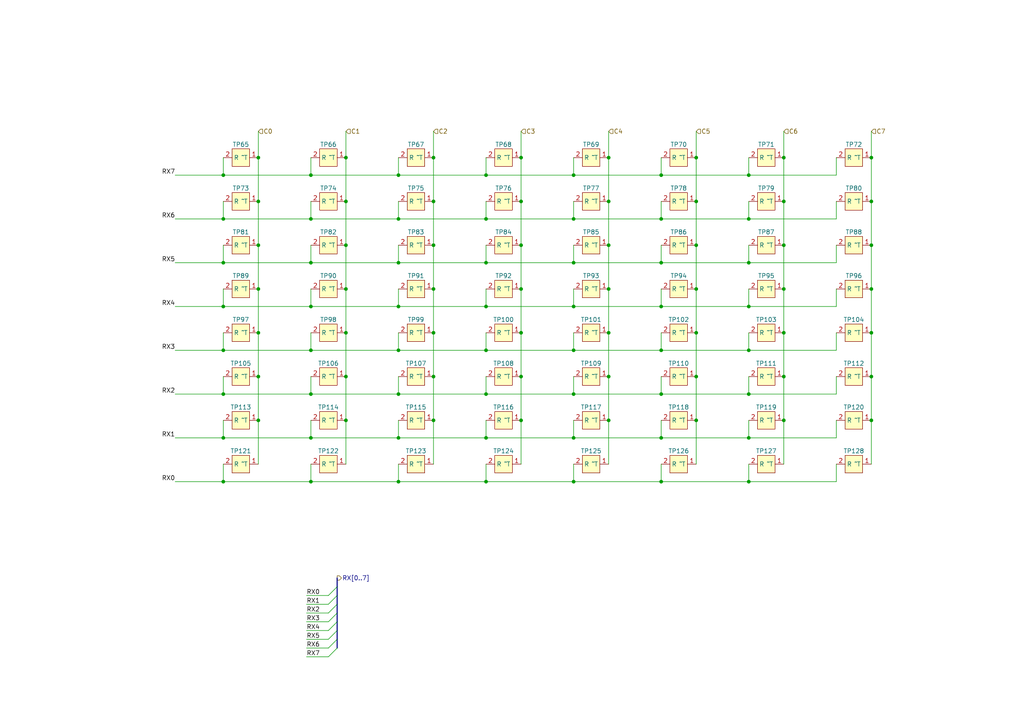
<source format=kicad_sch>
(kicad_sch (version 20230121) (generator eeschema)
  (paper "A4")
  (lib_symbols
    (symbol "keypad:Mutual_Touch_Pad" (in_bom no)
      (property "Reference" "TP" (at 0 3.81 0))
      (symbol "Mutual_Touch_Pad_1_1"
        (rectangle (start -2.54 2.54) (end 2.54 -2.54) (fill (type background)))
        (pin passive line (at 5.08 0 180) (length 2.54) (name "T") (number "1"))
        (pin passive line (at -5.08 0 0) (length 2.54) (name "R") (number "2"))
      )
    )
  )
  (junction (at 90.17 139.7))
  (junction (at 191.77 127))
  (junction (at 166.37 101.6))
  (junction (at 64.77 63.5))
  (junction (at 191.77 101.6))
  (junction (at 100.33 45.72))
  (junction (at 227.33 83.82))
  (junction (at 140.97 114.3))
  (junction (at 74.93 58.42))
  (junction (at 90.17 114.3))
  (junction (at 176.53 83.82))
  (junction (at 166.37 127))
  (junction (at 191.77 88.9))
  (junction (at 227.33 45.72))
  (junction (at 140.97 63.5))
  (junction (at 90.17 76.2))
  (junction (at 140.97 127))
  (junction (at 115.57 127))
  (junction (at 74.93 45.72))
  (junction (at 90.17 101.6))
  (junction (at 140.97 139.7))
  (junction (at 227.33 96.52))
  (junction (at 64.77 127))
  (junction (at 115.57 88.9))
  (junction (at 217.17 88.9))
  (junction (at 201.93 58.42))
  (junction (at 166.37 63.5))
  (junction (at 115.57 63.5))
  (junction (at 201.93 45.72))
  (junction (at 64.77 114.3))
  (junction (at 151.13 58.42))
  (junction (at 201.93 83.82))
  (junction (at 217.17 127))
  (junction (at 125.73 45.72))
  (junction (at 115.57 76.2))
  (junction (at 176.53 121.92))
  (junction (at 100.33 58.42))
  (junction (at 125.73 71.12))
  (junction (at 140.97 76.2))
  (junction (at 191.77 76.2))
  (junction (at 115.57 114.3))
  (junction (at 64.77 139.7))
  (junction (at 201.93 109.22))
  (junction (at 217.17 50.8))
  (junction (at 252.73 109.22))
  (junction (at 74.93 109.22))
  (junction (at 100.33 71.12))
  (junction (at 64.77 50.8))
  (junction (at 140.97 88.9))
  (junction (at 166.37 76.2))
  (junction (at 115.57 139.7))
  (junction (at 125.73 109.22))
  (junction (at 100.33 96.52))
  (junction (at 166.37 88.9))
  (junction (at 90.17 127))
  (junction (at 252.73 96.52))
  (junction (at 140.97 101.6))
  (junction (at 125.73 83.82))
  (junction (at 201.93 96.52))
  (junction (at 227.33 58.42))
  (junction (at 217.17 114.3))
  (junction (at 227.33 121.92))
  (junction (at 201.93 71.12))
  (junction (at 217.17 63.5))
  (junction (at 100.33 109.22))
  (junction (at 140.97 50.8))
  (junction (at 125.73 96.52))
  (junction (at 176.53 109.22))
  (junction (at 74.93 83.82))
  (junction (at 191.77 63.5))
  (junction (at 166.37 139.7))
  (junction (at 151.13 45.72))
  (junction (at 176.53 45.72))
  (junction (at 151.13 121.92))
  (junction (at 166.37 114.3))
  (junction (at 64.77 76.2))
  (junction (at 191.77 139.7))
  (junction (at 191.77 50.8))
  (junction (at 74.93 96.52))
  (junction (at 74.93 121.92))
  (junction (at 217.17 139.7))
  (junction (at 115.57 101.6))
  (junction (at 217.17 101.6))
  (junction (at 252.73 58.42))
  (junction (at 90.17 63.5))
  (junction (at 252.73 71.12))
  (junction (at 64.77 88.9))
  (junction (at 176.53 71.12))
  (junction (at 90.17 88.9))
  (junction (at 191.77 114.3))
  (junction (at 100.33 83.82))
  (junction (at 125.73 121.92))
  (junction (at 227.33 71.12))
  (junction (at 151.13 96.52))
  (junction (at 252.73 121.92))
  (junction (at 201.93 121.92))
  (junction (at 115.57 50.8))
  (junction (at 227.33 109.22))
  (junction (at 176.53 58.42))
  (junction (at 151.13 109.22))
  (junction (at 176.53 96.52))
  (junction (at 252.73 45.72))
  (junction (at 151.13 71.12))
  (junction (at 252.73 83.82))
  (junction (at 166.37 50.8))
  (junction (at 217.17 76.2))
  (junction (at 90.17 50.8))
  (junction (at 125.73 58.42))
  (junction (at 100.33 121.92))
  (junction (at 151.13 83.82))
  (junction (at 74.93 71.12))
  (junction (at 64.77 101.6))
  (bus_entry (at 97.79 177.8) (size -2.54 2.54))
  (bus_entry (at 97.79 180.34) (size -2.54 2.54))
  (bus_entry (at 97.79 182.88) (size -2.54 2.54))
  (bus_entry (at 97.79 185.42) (size -2.54 2.54))
  (bus_entry (at 97.79 170.18) (size -2.54 2.54))
  (bus_entry (at 97.79 187.96) (size -2.54 2.54))
  (bus_entry (at 97.79 172.72) (size -2.54 2.54))
  (bus_entry (at 97.79 175.26) (size -2.54 2.54))
  (wire (pts (xy 140.97 109.22) (xy 140.97 114.3)))
  (wire (pts (xy 176.53 109.22) (xy 176.53 121.92)))
  (wire (pts (xy 90.17 63.5) (xy 115.57 63.5)))
  (wire (pts (xy 242.57 83.82) (xy 242.57 88.9)))
  (wire (pts (xy 217.17 63.5) (xy 242.57 63.5)))
  (wire (pts (xy 74.93 83.82) (xy 74.93 96.52)))
  (wire (pts (xy 100.33 96.52) (xy 100.33 109.22)))
  (wire (pts (xy 166.37 58.42) (xy 166.37 63.5)))
  (wire (pts (xy 50.8 88.9) (xy 64.77 88.9)))
  (wire (pts (xy 100.33 121.92) (xy 100.33 134.62)))
  (wire (pts (xy 88.9 175.26) (xy 95.25 175.26)))
  (wire (pts (xy 176.53 121.92) (xy 176.53 134.62)))
  (wire (pts (xy 166.37 114.3) (xy 191.77 114.3)))
  (wire (pts (xy 242.57 45.72) (xy 242.57 50.8)))
  (wire (pts (xy 115.57 50.8) (xy 140.97 50.8)))
  (wire (pts (xy 176.53 45.72) (xy 176.53 58.42)))
  (wire (pts (xy 166.37 121.92) (xy 166.37 127)))
  (wire (pts (xy 227.33 58.42) (xy 227.33 71.12)))
  (wire (pts (xy 140.97 88.9) (xy 166.37 88.9)))
  (wire (pts (xy 115.57 88.9) (xy 140.97 88.9)))
  (bus (pts (xy 97.79 167.64) (xy 97.79 170.18)))
  (wire (pts (xy 227.33 109.22) (xy 227.33 121.92)))
  (wire (pts (xy 191.77 58.42) (xy 191.77 63.5)))
  (wire (pts (xy 217.17 114.3) (xy 242.57 114.3)))
  (wire (pts (xy 201.93 121.92) (xy 201.93 134.62)))
  (wire (pts (xy 140.97 134.62) (xy 140.97 139.7)))
  (bus (pts (xy 97.79 170.18) (xy 97.79 172.72)))
  (wire (pts (xy 191.77 88.9) (xy 217.17 88.9)))
  (wire (pts (xy 64.77 96.52) (xy 64.77 101.6)))
  (wire (pts (xy 217.17 109.22) (xy 217.17 114.3)))
  (wire (pts (xy 125.73 71.12) (xy 125.73 83.82)))
  (wire (pts (xy 176.53 83.82) (xy 176.53 96.52)))
  (wire (pts (xy 191.77 114.3) (xy 217.17 114.3)))
  (wire (pts (xy 151.13 109.22) (xy 151.13 121.92)))
  (wire (pts (xy 140.97 76.2) (xy 166.37 76.2)))
  (wire (pts (xy 115.57 101.6) (xy 140.97 101.6)))
  (wire (pts (xy 166.37 63.5) (xy 191.77 63.5)))
  (wire (pts (xy 64.77 50.8) (xy 90.17 50.8)))
  (wire (pts (xy 100.33 58.42) (xy 100.33 71.12)))
  (wire (pts (xy 201.93 83.82) (xy 201.93 96.52)))
  (wire (pts (xy 140.97 50.8) (xy 166.37 50.8)))
  (wire (pts (xy 242.57 71.12) (xy 242.57 76.2)))
  (wire (pts (xy 242.57 58.42) (xy 242.57 63.5)))
  (wire (pts (xy 64.77 134.62) (xy 64.77 139.7)))
  (wire (pts (xy 227.33 83.82) (xy 227.33 96.52)))
  (wire (pts (xy 227.33 71.12) (xy 227.33 83.82)))
  (wire (pts (xy 166.37 88.9) (xy 191.77 88.9)))
  (bus (pts (xy 97.79 172.72) (xy 97.79 175.26)))
  (wire (pts (xy 100.33 109.22) (xy 100.33 121.92)))
  (wire (pts (xy 151.13 58.42) (xy 151.13 71.12)))
  (wire (pts (xy 88.9 187.96) (xy 95.25 187.96)))
  (wire (pts (xy 140.97 139.7) (xy 166.37 139.7)))
  (wire (pts (xy 90.17 71.12) (xy 90.17 76.2)))
  (wire (pts (xy 64.77 127) (xy 90.17 127)))
  (wire (pts (xy 90.17 83.82) (xy 90.17 88.9)))
  (wire (pts (xy 242.57 121.92) (xy 242.57 127)))
  (wire (pts (xy 90.17 45.72) (xy 90.17 50.8)))
  (wire (pts (xy 191.77 63.5) (xy 217.17 63.5)))
  (wire (pts (xy 115.57 109.22) (xy 115.57 114.3)))
  (wire (pts (xy 88.9 190.5) (xy 95.25 190.5)))
  (wire (pts (xy 252.73 45.72) (xy 252.73 58.42)))
  (wire (pts (xy 217.17 50.8) (xy 242.57 50.8)))
  (wire (pts (xy 74.93 45.72) (xy 74.93 58.42)))
  (wire (pts (xy 217.17 127) (xy 242.57 127)))
  (wire (pts (xy 88.9 180.34) (xy 95.25 180.34)))
  (wire (pts (xy 64.77 45.72) (xy 64.77 50.8)))
  (wire (pts (xy 115.57 45.72) (xy 115.57 50.8)))
  (wire (pts (xy 115.57 127) (xy 140.97 127)))
  (wire (pts (xy 227.33 121.92) (xy 227.33 134.62)))
  (wire (pts (xy 166.37 127) (xy 191.77 127)))
  (wire (pts (xy 166.37 76.2) (xy 191.77 76.2)))
  (wire (pts (xy 191.77 134.62) (xy 191.77 139.7)))
  (wire (pts (xy 176.53 38.1) (xy 176.53 45.72)))
  (bus (pts (xy 97.79 180.34) (xy 97.79 182.88)))
  (wire (pts (xy 201.93 71.12) (xy 201.93 83.82)))
  (wire (pts (xy 151.13 83.82) (xy 151.13 96.52)))
  (wire (pts (xy 90.17 101.6) (xy 115.57 101.6)))
  (wire (pts (xy 191.77 83.82) (xy 191.77 88.9)))
  (wire (pts (xy 100.33 71.12) (xy 100.33 83.82)))
  (wire (pts (xy 125.73 83.82) (xy 125.73 96.52)))
  (wire (pts (xy 50.8 127) (xy 64.77 127)))
  (wire (pts (xy 90.17 139.7) (xy 115.57 139.7)))
  (wire (pts (xy 64.77 101.6) (xy 90.17 101.6)))
  (wire (pts (xy 227.33 96.52) (xy 227.33 109.22)))
  (wire (pts (xy 191.77 45.72) (xy 191.77 50.8)))
  (wire (pts (xy 201.93 45.72) (xy 201.93 58.42)))
  (wire (pts (xy 50.8 76.2) (xy 64.77 76.2)))
  (wire (pts (xy 74.93 96.52) (xy 74.93 109.22)))
  (bus (pts (xy 97.79 175.26) (xy 97.79 177.8)))
  (wire (pts (xy 115.57 134.62) (xy 115.57 139.7)))
  (wire (pts (xy 166.37 45.72) (xy 166.37 50.8)))
  (wire (pts (xy 191.77 121.92) (xy 191.77 127)))
  (wire (pts (xy 64.77 114.3) (xy 90.17 114.3)))
  (wire (pts (xy 151.13 121.92) (xy 151.13 134.62)))
  (wire (pts (xy 50.8 63.5) (xy 64.77 63.5)))
  (wire (pts (xy 191.77 109.22) (xy 191.77 114.3)))
  (wire (pts (xy 191.77 139.7) (xy 217.17 139.7)))
  (wire (pts (xy 90.17 88.9) (xy 115.57 88.9)))
  (wire (pts (xy 90.17 50.8) (xy 115.57 50.8)))
  (wire (pts (xy 191.77 50.8) (xy 217.17 50.8)))
  (wire (pts (xy 90.17 121.92) (xy 90.17 127)))
  (wire (pts (xy 217.17 134.62) (xy 217.17 139.7)))
  (wire (pts (xy 217.17 88.9) (xy 242.57 88.9)))
  (wire (pts (xy 227.33 45.72) (xy 227.33 58.42)))
  (wire (pts (xy 166.37 50.8) (xy 191.77 50.8)))
  (wire (pts (xy 125.73 121.92) (xy 125.73 134.62)))
  (wire (pts (xy 74.93 121.92) (xy 74.93 134.62)))
  (wire (pts (xy 115.57 96.52) (xy 115.57 101.6)))
  (wire (pts (xy 125.73 58.42) (xy 125.73 71.12)))
  (wire (pts (xy 176.53 58.42) (xy 176.53 71.12)))
  (wire (pts (xy 50.8 50.8) (xy 64.77 50.8)))
  (wire (pts (xy 90.17 134.62) (xy 90.17 139.7)))
  (wire (pts (xy 217.17 121.92) (xy 217.17 127)))
  (wire (pts (xy 115.57 76.2) (xy 140.97 76.2)))
  (wire (pts (xy 217.17 45.72) (xy 217.17 50.8)))
  (wire (pts (xy 50.8 101.6) (xy 64.77 101.6)))
  (wire (pts (xy 115.57 71.12) (xy 115.57 76.2)))
  (wire (pts (xy 140.97 127) (xy 166.37 127)))
  (wire (pts (xy 191.77 101.6) (xy 217.17 101.6)))
  (wire (pts (xy 64.77 121.92) (xy 64.77 127)))
  (wire (pts (xy 252.73 83.82) (xy 252.73 96.52)))
  (wire (pts (xy 140.97 63.5) (xy 166.37 63.5)))
  (wire (pts (xy 88.9 177.8) (xy 95.25 177.8)))
  (wire (pts (xy 151.13 45.72) (xy 151.13 58.42)))
  (wire (pts (xy 100.33 83.82) (xy 100.33 96.52)))
  (wire (pts (xy 166.37 101.6) (xy 191.77 101.6)))
  (wire (pts (xy 64.77 109.22) (xy 64.77 114.3)))
  (wire (pts (xy 115.57 58.42) (xy 115.57 63.5)))
  (wire (pts (xy 166.37 109.22) (xy 166.37 114.3)))
  (wire (pts (xy 115.57 139.7) (xy 140.97 139.7)))
  (wire (pts (xy 64.77 63.5) (xy 90.17 63.5)))
  (wire (pts (xy 217.17 76.2) (xy 242.57 76.2)))
  (wire (pts (xy 90.17 58.42) (xy 90.17 63.5)))
  (wire (pts (xy 191.77 71.12) (xy 191.77 76.2)))
  (wire (pts (xy 50.8 114.3) (xy 64.77 114.3)))
  (wire (pts (xy 88.9 172.72) (xy 95.25 172.72)))
  (wire (pts (xy 252.73 121.92) (xy 252.73 134.62)))
  (wire (pts (xy 227.33 38.1) (xy 227.33 45.72)))
  (wire (pts (xy 191.77 76.2) (xy 217.17 76.2)))
  (wire (pts (xy 166.37 83.82) (xy 166.37 88.9)))
  (wire (pts (xy 90.17 114.3) (xy 115.57 114.3)))
  (wire (pts (xy 140.97 83.82) (xy 140.97 88.9)))
  (wire (pts (xy 64.77 88.9) (xy 90.17 88.9)))
  (wire (pts (xy 64.77 83.82) (xy 64.77 88.9)))
  (wire (pts (xy 125.73 109.22) (xy 125.73 121.92)))
  (wire (pts (xy 151.13 96.52) (xy 151.13 109.22)))
  (wire (pts (xy 252.73 58.42) (xy 252.73 71.12)))
  (wire (pts (xy 90.17 96.52) (xy 90.17 101.6)))
  (wire (pts (xy 166.37 71.12) (xy 166.37 76.2)))
  (wire (pts (xy 115.57 83.82) (xy 115.57 88.9)))
  (wire (pts (xy 201.93 109.22) (xy 201.93 121.92)))
  (wire (pts (xy 140.97 121.92) (xy 140.97 127)))
  (wire (pts (xy 125.73 38.1) (xy 125.73 45.72)))
  (wire (pts (xy 252.73 96.52) (xy 252.73 109.22)))
  (wire (pts (xy 242.57 134.62) (xy 242.57 139.7)))
  (bus (pts (xy 97.79 185.42) (xy 97.79 187.96)))
  (wire (pts (xy 191.77 127) (xy 217.17 127)))
  (wire (pts (xy 115.57 121.92) (xy 115.57 127)))
  (wire (pts (xy 90.17 127) (xy 115.57 127)))
  (wire (pts (xy 166.37 96.52) (xy 166.37 101.6)))
  (wire (pts (xy 217.17 139.7) (xy 242.57 139.7)))
  (wire (pts (xy 64.77 71.12) (xy 64.77 76.2)))
  (wire (pts (xy 64.77 76.2) (xy 90.17 76.2)))
  (wire (pts (xy 90.17 109.22) (xy 90.17 114.3)))
  (wire (pts (xy 64.77 139.7) (xy 90.17 139.7)))
  (wire (pts (xy 88.9 182.88) (xy 95.25 182.88)))
  (wire (pts (xy 217.17 71.12) (xy 217.17 76.2)))
  (wire (pts (xy 88.9 185.42) (xy 95.25 185.42)))
  (wire (pts (xy 140.97 101.6) (xy 166.37 101.6)))
  (wire (pts (xy 166.37 134.62) (xy 166.37 139.7)))
  (wire (pts (xy 191.77 96.52) (xy 191.77 101.6)))
  (bus (pts (xy 97.79 182.88) (xy 97.79 185.42)))
  (wire (pts (xy 125.73 45.72) (xy 125.73 58.42)))
  (wire (pts (xy 140.97 96.52) (xy 140.97 101.6)))
  (wire (pts (xy 140.97 114.3) (xy 166.37 114.3)))
  (wire (pts (xy 74.93 71.12) (xy 74.93 83.82)))
  (wire (pts (xy 140.97 71.12) (xy 140.97 76.2)))
  (wire (pts (xy 252.73 109.22) (xy 252.73 121.92)))
  (wire (pts (xy 217.17 101.6) (xy 242.57 101.6)))
  (wire (pts (xy 100.33 38.1) (xy 100.33 45.72)))
  (wire (pts (xy 252.73 38.1) (xy 252.73 45.72)))
  (wire (pts (xy 115.57 114.3) (xy 140.97 114.3)))
  (wire (pts (xy 176.53 96.52) (xy 176.53 109.22)))
  (wire (pts (xy 166.37 139.7) (xy 191.77 139.7)))
  (wire (pts (xy 90.17 76.2) (xy 115.57 76.2)))
  (wire (pts (xy 242.57 109.22) (xy 242.57 114.3)))
  (wire (pts (xy 151.13 71.12) (xy 151.13 83.82)))
  (wire (pts (xy 140.97 58.42) (xy 140.97 63.5)))
  (wire (pts (xy 125.73 96.52) (xy 125.73 109.22)))
  (wire (pts (xy 201.93 58.42) (xy 201.93 71.12)))
  (wire (pts (xy 100.33 45.72) (xy 100.33 58.42)))
  (bus (pts (xy 97.79 177.8) (xy 97.79 180.34)))
  (wire (pts (xy 201.93 38.1) (xy 201.93 45.72)))
  (wire (pts (xy 252.73 71.12) (xy 252.73 83.82)))
  (wire (pts (xy 74.93 109.22) (xy 74.93 121.92)))
  (wire (pts (xy 115.57 63.5) (xy 140.97 63.5)))
  (wire (pts (xy 50.8 139.7) (xy 64.77 139.7)))
  (wire (pts (xy 140.97 45.72) (xy 140.97 50.8)))
  (wire (pts (xy 74.93 38.1) (xy 74.93 45.72)))
  (wire (pts (xy 217.17 83.82) (xy 217.17 88.9)))
  (wire (pts (xy 151.13 38.1) (xy 151.13 45.72)))
  (wire (pts (xy 217.17 96.52) (xy 217.17 101.6)))
  (wire (pts (xy 176.53 71.12) (xy 176.53 83.82)))
  (wire (pts (xy 242.57 96.52) (xy 242.57 101.6)))
  (wire (pts (xy 217.17 58.42) (xy 217.17 63.5)))
  (wire (pts (xy 201.93 96.52) (xy 201.93 109.22)))
  (wire (pts (xy 64.77 58.42) (xy 64.77 63.5)))
  (wire (pts (xy 74.93 58.42) (xy 74.93 71.12)))
  (label "RX3" (at 88.9 180.34 0))
  (label "RX5" (at 50.8 76.2 180))
  (label "RX0" (at 88.9 172.72 0))
  (label "RX0" (at 50.8 139.7 180))
  (label "RX2" (at 88.9 177.8 0))
  (label "RX6" (at 50.8 63.5 180))
  (label "RX7" (at 50.8 50.8 180))
  (label "RX4" (at 50.8 88.9 180))
  (label "RX4" (at 88.9 182.88 0))
  (label "RX1" (at 50.8 127 180))
  (label "RX7" (at 88.9 190.5 0))
  (label "RX5" (at 88.9 185.42 0))
  (label "RX3" (at 50.8 101.6 180))
  (label "RX1" (at 88.9 175.26 0))
  (label "RX6" (at 88.9 187.96 0))
  (label "RX2" (at 50.8 114.3 180))
  (hierarchical_label "C5" (shape input) (at 201.93 38.1 0))
  (hierarchical_label "RX[0..7]" (shape output) (at 97.79 167.64 0))
  (hierarchical_label "C7" (shape input) (at 252.73 38.1 0))
  (hierarchical_label "C2" (shape input) (at 125.73 38.1 0))
  (hierarchical_label "C1" (shape input) (at 100.33 38.1 0))
  (hierarchical_label "C4" (shape input) (at 176.53 38.1 0))
  (hierarchical_label "C3" (shape input) (at 151.13 38.1 0))
  (hierarchical_label "C0" (shape input) (at 74.93 38.1 0))
  (hierarchical_label "C6" (shape input) (at 227.33 38.1 0))
  (symbol (lib_id "keypad:Mutual_Touch_Pad") (at 146.05 134.62 0) (unit 1) (in_bom no)
    (property "Reference" "TP124" (at 146.05 130.81 0))
    (property "Value" "~" (at 146.685 133.985 0))
    (property "Footprint" "keypad:Mutual Capicitance Pad" (effects hide))
    (instances (project "keypad16" (path "" (reference "TP124") (unit 1)) (path "" (reference "TP60") (unit 1))))
  )
  (symbol (lib_id "keypad:Mutual_Touch_Pad") (at 95.25 134.62 0) (unit 1) (in_bom no)
    (property "Reference" "TP122" (at 95.25 130.81 0))
    (property "Value" "~" (at 95.885 133.985 0))
    (property "Footprint" "keypad:Mutual Capicitance Pad" (effects hide))
    (instances (project "keypad16" (path "" (reference "TP122") (unit 1)) (path "" (reference "TP58") (unit 1))))
  )
  (symbol (lib_id "keypad:Mutual_Touch_Pad") (at 171.45 121.92 0) (unit 1) (in_bom no)
    (property "Reference" "TP117" (at 171.45 118.11 0))
    (property "Value" "~" (at 172.085 121.285 0))
    (property "Footprint" "keypad:Mutual Capicitance Pad" (effects hide))
    (instances (project "keypad16" (path "" (reference "TP117") (unit 1)) (path "" (reference "TP53") (unit 1))))
  )
  (symbol (lib_id "keypad:Mutual_Touch_Pad") (at 171.45 58.42 0) (unit 1) (in_bom no)
    (property "Reference" "TP77" (at 171.45 54.61 0))
    (property "Value" "~" (at 172.085 57.785 0))
    (property "Footprint" "keypad:Mutual Capicitance Pad" (effects hide))
    (instances (project "keypad16" (path "" (reference "TP77") (unit 1)) (path "" (reference "TP13") (unit 1))))
  )
  (symbol (lib_id "keypad:Mutual_Touch_Pad") (at 171.45 134.62 0) (unit 1) (in_bom no)
    (property "Reference" "TP125" (at 171.45 130.81 0))
    (property "Value" "~" (at 172.085 133.985 0))
    (property "Footprint" "keypad:Mutual Capicitance Pad" (effects hide))
    (instances (project "keypad16" (path "" (reference "TP125") (unit 1)) (path "" (reference "TP61") (unit 1))))
  )
  (symbol (lib_id "keypad:Mutual_Touch_Pad") (at 69.85 58.42 0) (unit 1) (in_bom no)
    (property "Reference" "TP73" (at 69.85 54.61 0))
    (property "Value" "~" (at 70.485 57.785 0))
    (property "Footprint" "keypad:Mutual Capicitance Pad" (effects hide))
    (instances (project "keypad16" (path "" (reference "TP73") (unit 1)) (path "" (reference "TP9") (unit 1))))
  )
  (symbol (lib_id "keypad:Mutual_Touch_Pad") (at 69.85 109.22 0) (unit 1) (in_bom no)
    (property "Reference" "TP105" (at 69.85 105.41 0))
    (property "Value" "~" (at 70.485 108.585 0))
    (property "Footprint" "keypad:Mutual Capicitance Pad" (effects hide))
    (instances (project "keypad16" (path "" (reference "TP105") (unit 1)) (path "" (reference "TP41") (unit 1))))
  )
  (symbol (lib_id "keypad:Mutual_Touch_Pad") (at 69.85 134.62 0) (unit 1) (in_bom no)
    (property "Reference" "TP121" (at 69.85 130.81 0))
    (property "Value" "~" (at 70.485 133.985 0))
    (property "Footprint" "keypad:Mutual Capicitance Pad" (effects hide))
    (instances (project "keypad16" (path "" (reference "TP121") (unit 1)) (path "" (reference "TP57") (unit 1))))
  )
  (symbol (lib_id "keypad:Mutual_Touch_Pad") (at 120.65 134.62 0) (unit 1) (in_bom no)
    (property "Reference" "TP123" (at 120.65 130.81 0))
    (property "Value" "~" (at 121.285 133.985 0))
    (property "Footprint" "keypad:Mutual Capicitance Pad" (effects hide))
    (instances (project "keypad16" (path "" (reference "TP123") (unit 1)) (path "" (reference "TP59") (unit 1))))
  )
  (symbol (lib_id "keypad:Mutual_Touch_Pad") (at 196.85 45.72 0) (unit 1) (in_bom no)
    (property "Reference" "TP70" (at 196.85 41.91 0))
    (property "Value" "~" (at 197.485 45.085 0))
    (property "Footprint" "keypad:Mutual Capicitance Pad" (effects hide))
    (instances (project "keypad16" (path "" (reference "TP70") (unit 1)) (path "" (reference "TP6") (unit 1))))
  )
  (symbol (lib_id "keypad:Mutual_Touch_Pad") (at 247.65 134.62 0) (unit 1) (in_bom no)
    (property "Reference" "TP128" (at 247.65 130.81 0))
    (property "Value" "~" (at 248.285 133.985 0))
    (property "Footprint" "keypad:Mutual Capicitance Pad" (effects hide))
    (instances (project "keypad16" (path "" (reference "TP128") (unit 1)) (path "" (reference "TP64") (unit 1))))
  )
  (symbol (lib_id "keypad:Mutual_Touch_Pad") (at 146.05 109.22 0) (unit 1) (in_bom no)
    (property "Reference" "TP108" (at 146.05 105.41 0))
    (property "Value" "~" (at 146.685 108.585 0))
    (property "Footprint" "keypad:Mutual Capicitance Pad" (effects hide))
    (instances (project "keypad16" (path "" (reference "TP108") (unit 1)) (path "" (reference "TP44") (unit 1))))
  )
  (symbol (lib_id "keypad:Mutual_Touch_Pad") (at 171.45 83.82 0) (unit 1) (in_bom no)
    (property "Reference" "TP93" (at 171.45 80.01 0))
    (property "Value" "~" (at 172.085 83.185 0))
    (property "Footprint" "keypad:Mutual Capicitance Pad" (effects hide))
    (instances (project "keypad16" (path "" (reference "TP93") (unit 1)) (path "" (reference "TP29") (unit 1))))
  )
  (symbol (lib_id "keypad:Mutual_Touch_Pad") (at 196.85 83.82 0) (unit 1) (in_bom no)
    (property "Reference" "TP94" (at 196.85 80.01 0))
    (property "Value" "~" (at 197.485 83.185 0))
    (property "Footprint" "keypad:Mutual Capicitance Pad" (effects hide))
    (instances (project "keypad16" (path "" (reference "TP94") (unit 1)) (path "" (reference "TP30") (unit 1))))
  )
  (symbol (lib_id "keypad:Mutual_Touch_Pad") (at 171.45 45.72 0) (unit 1) (in_bom no)
    (property "Reference" "TP69" (at 171.45 41.91 0))
    (property "Value" "~" (at 172.085 45.085 0))
    (property "Footprint" "keypad:Mutual Capicitance Pad" (effects hide))
    (instances (project "keypad16" (path "" (reference "TP69") (unit 1)) (path "" (reference "TP5") (unit 1))))
  )
  (symbol (lib_id "keypad:Mutual_Touch_Pad") (at 95.25 83.82 0) (unit 1) (in_bom no)
    (property "Reference" "TP90" (at 95.25 80.01 0))
    (property "Value" "~" (at 95.885 83.185 0))
    (property "Footprint" "keypad:Mutual Capicitance Pad" (effects hide))
    (instances (project "keypad16" (path "" (reference "TP90") (unit 1)) (path "" (reference "TP26") (unit 1))))
  )
  (symbol (lib_id "keypad:Mutual_Touch_Pad") (at 196.85 58.42 0) (unit 1) (in_bom no)
    (property "Reference" "TP78" (at 196.85 54.61 0))
    (property "Value" "~" (at 197.485 57.785 0))
    (property "Footprint" "keypad:Mutual Capicitance Pad" (effects hide))
    (instances (project "keypad16" (path "" (reference "TP78") (unit 1)) (path "" (reference "TP14") (unit 1))))
  )
  (symbol (lib_id "keypad:Mutual_Touch_Pad") (at 247.65 96.52 0) (unit 1) (in_bom no)
    (property "Reference" "TP104" (at 247.65 92.71 0))
    (property "Value" "~" (at 248.285 95.885 0))
    (property "Footprint" "keypad:Mutual Capicitance Pad" (effects hide))
    (instances (project "keypad16" (path "" (reference "TP104") (unit 1)) (path "" (reference "TP40") (unit 1))))
  )
  (symbol (lib_id "keypad:Mutual_Touch_Pad") (at 196.85 109.22 0) (unit 1) (in_bom no)
    (property "Reference" "TP110" (at 196.85 105.41 0))
    (property "Value" "~" (at 197.485 108.585 0))
    (property "Footprint" "keypad:Mutual Capicitance Pad" (effects hide))
    (instances (project "keypad16" (path "" (reference "TP110") (unit 1)) (path "" (reference "TP46") (unit 1))))
  )
  (symbol (lib_id "keypad:Mutual_Touch_Pad") (at 69.85 83.82 0) (unit 1) (in_bom no)
    (property "Reference" "TP89" (at 69.85 80.01 0))
    (property "Value" "~" (at 70.485 83.185 0))
    (property "Footprint" "keypad:Mutual Capicitance Pad" (effects hide))
    (instances (project "keypad16" (path "" (reference "TP89") (unit 1)) (path "" (reference "TP25") (unit 1))))
  )
  (symbol (lib_id "keypad:Mutual_Touch_Pad") (at 247.65 109.22 0) (unit 1) (in_bom no)
    (property "Reference" "TP112" (at 247.65 105.41 0))
    (property "Value" "~" (at 248.285 108.585 0))
    (property "Footprint" "keypad:Mutual Capicitance Pad" (effects hide))
    (instances (project "keypad16" (path "" (reference "TP112") (unit 1)) (path "" (reference "TP48") (unit 1))))
  )
  (symbol (lib_id "keypad:Mutual_Touch_Pad") (at 95.25 96.52 0) (unit 1) (in_bom no)
    (property "Reference" "TP98" (at 95.25 92.71 0))
    (property "Value" "~" (at 95.885 95.885 0))
    (property "Footprint" "keypad:Mutual Capicitance Pad" (effects hide))
    (instances (project "keypad16" (path "" (reference "TP98") (unit 1)) (path "" (reference "TP34") (unit 1))))
  )
  (symbol (lib_id "keypad:Mutual_Touch_Pad") (at 171.45 109.22 0) (unit 1) (in_bom no)
    (property "Reference" "TP109" (at 171.45 105.41 0))
    (property "Value" "~" (at 172.085 108.585 0))
    (property "Footprint" "keypad:Mutual Capicitance Pad" (effects hide))
    (instances (project "keypad16" (path "" (reference "TP109") (unit 1)) (path "" (reference "TP45") (unit 1))))
  )
  (symbol (lib_id "keypad:Mutual_Touch_Pad") (at 120.65 96.52 0) (unit 1) (in_bom no)
    (property "Reference" "TP99" (at 120.65 92.71 0))
    (property "Value" "~" (at 121.285 95.885 0))
    (property "Footprint" "keypad:Mutual Capicitance Pad" (effects hide))
    (instances (project "keypad16" (path "" (reference "TP99") (unit 1)) (path "" (reference "TP35") (unit 1))))
  )
  (symbol (lib_id "keypad:Mutual_Touch_Pad") (at 120.65 71.12 0) (unit 1) (in_bom no)
    (property "Reference" "TP83" (at 120.65 67.31 0))
    (property "Value" "~" (at 121.285 70.485 0))
    (property "Footprint" "keypad:Mutual Capicitance Pad" (effects hide))
    (instances (project "keypad16" (path "" (reference "TP83") (unit 1)) (path "" (reference "TP19") (unit 1))))
  )
  (symbol (lib_id "keypad:Mutual_Touch_Pad") (at 146.05 58.42 0) (unit 1) (in_bom no)
    (property "Reference" "TP76" (at 146.05 54.61 0))
    (property "Value" "~" (at 146.685 57.785 0))
    (property "Footprint" "keypad:Mutual Capicitance Pad" (effects hide))
    (instances (project "keypad16" (path "" (reference "TP76") (unit 1)) (path "" (reference "TP12") (unit 1))))
  )
  (symbol (lib_id "keypad:Mutual_Touch_Pad") (at 69.85 121.92 0) (unit 1) (in_bom no)
    (property "Reference" "TP113" (at 69.85 118.11 0))
    (property "Value" "~" (at 70.485 121.285 0))
    (property "Footprint" "keypad:Mutual Capicitance Pad" (effects hide))
    (instances (project "keypad16" (path "" (reference "TP113") (unit 1)) (path "" (reference "TP49") (unit 1))))
  )
  (symbol (lib_id "keypad:Mutual_Touch_Pad") (at 222.25 134.62 0) (unit 1) (in_bom no)
    (property "Reference" "TP127" (at 222.25 130.81 0))
    (property "Value" "~" (at 222.885 133.985 0))
    (property "Footprint" "keypad:Mutual Capicitance Pad" (effects hide))
    (instances (project "keypad16" (path "" (reference "TP127") (unit 1)) (path "" (reference "TP63") (unit 1))))
  )
  (symbol (lib_id "keypad:Mutual_Touch_Pad") (at 196.85 96.52 0) (unit 1) (in_bom no)
    (property "Reference" "TP102" (at 196.85 92.71 0))
    (property "Value" "~" (at 197.485 95.885 0))
    (property "Footprint" "keypad:Mutual Capicitance Pad" (effects hide))
    (instances (project "keypad16" (path "" (reference "TP102") (unit 1)) (path "" (reference "TP38") (unit 1))))
  )
  (symbol (lib_id "keypad:Mutual_Touch_Pad") (at 222.25 83.82 0) (unit 1) (in_bom no)
    (property "Reference" "TP95" (at 222.25 80.01 0))
    (property "Value" "~" (at 222.885 83.185 0))
    (property "Footprint" "keypad:Mutual Capicitance Pad" (effects hide))
    (instances (project "keypad16" (path "" (reference "TP95") (unit 1)) (path "" (reference "TP31") (unit 1))))
  )
  (symbol (lib_id "keypad:Mutual_Touch_Pad") (at 222.25 121.92 0) (unit 1) (in_bom no)
    (property "Reference" "TP119" (at 222.25 118.11 0))
    (property "Value" "~" (at 222.885 121.285 0))
    (property "Footprint" "keypad:Mutual Capicitance Pad" (effects hide))
    (instances (project "keypad16" (path "" (reference "TP119") (unit 1)) (path "" (reference "TP55") (unit 1))))
  )
  (symbol (lib_id "keypad:Mutual_Touch_Pad") (at 120.65 58.42 0) (unit 1) (in_bom no)
    (property "Reference" "TP75" (at 120.65 54.61 0))
    (property "Value" "~" (at 121.285 57.785 0))
    (property "Footprint" "keypad:Mutual Capicitance Pad" (effects hide))
    (instances (project "keypad16" (path "" (reference "TP75") (unit 1)) (path "" (reference "TP11") (unit 1))))
  )
  (symbol (lib_id "keypad:Mutual_Touch_Pad") (at 120.65 83.82 0) (unit 1) (in_bom no)
    (property "Reference" "TP91" (at 120.65 80.01 0))
    (property "Value" "~" (at 121.285 83.185 0))
    (property "Footprint" "keypad:Mutual Capicitance Pad" (effects hide))
    (instances (project "keypad16" (path "" (reference "TP91") (unit 1)) (path "" (reference "TP27") (unit 1))))
  )
  (symbol (lib_id "keypad:Mutual_Touch_Pad") (at 171.45 96.52 0) (unit 1) (in_bom no)
    (property "Reference" "TP101" (at 171.45 92.71 0))
    (property "Value" "~" (at 172.085 95.885 0))
    (property "Footprint" "keypad:Mutual Capicitance Pad" (effects hide))
    (instances (project "keypad16" (path "" (reference "TP101") (unit 1)) (path "" (reference "TP37") (unit 1))))
  )
  (symbol (lib_id "keypad:Mutual_Touch_Pad") (at 222.25 45.72 0) (unit 1) (in_bom no)
    (property "Reference" "TP71" (at 222.25 41.91 0))
    (property "Value" "~" (at 222.885 45.085 0))
    (property "Footprint" "keypad:Mutual Capicitance Pad" (effects hide))
    (instances (project "keypad16" (path "" (reference "TP71") (unit 1)) (path "" (reference "TP7") (unit 1))))
  )
  (symbol (lib_id "keypad:Mutual_Touch_Pad") (at 222.25 96.52 0) (unit 1) (in_bom no)
    (property "Reference" "TP103" (at 222.25 92.71 0))
    (property "Value" "~" (at 222.885 95.885 0))
    (property "Footprint" "keypad:Mutual Capicitance Pad" (effects hide))
    (instances (project "keypad16" (path "" (reference "TP103") (unit 1)) (path "" (reference "TP39") (unit 1))))
  )
  (symbol (lib_id "keypad:Mutual_Touch_Pad") (at 146.05 121.92 0) (unit 1) (in_bom no)
    (property "Reference" "TP116" (at 146.05 118.11 0))
    (property "Value" "~" (at 146.685 121.285 0))
    (property "Footprint" "keypad:Mutual Capicitance Pad" (effects hide))
    (instances (project "keypad16" (path "" (reference "TP116") (unit 1)) (path "" (reference "TP52") (unit 1))))
  )
  (symbol (lib_id "keypad:Mutual_Touch_Pad") (at 171.45 71.12 0) (unit 1) (in_bom no)
    (property "Reference" "TP85" (at 171.45 67.31 0))
    (property "Value" "~" (at 172.085 70.485 0))
    (property "Footprint" "keypad:Mutual Capicitance Pad" (effects hide))
    (instances (project "keypad16" (path "" (reference "TP85") (unit 1)) (path "" (reference "TP21") (unit 1))))
  )
  (symbol (lib_id "keypad:Mutual_Touch_Pad") (at 247.65 121.92 0) (unit 1) (in_bom no)
    (property "Reference" "TP120" (at 247.65 118.11 0))
    (property "Value" "~" (at 248.285 121.285 0))
    (property "Footprint" "keypad:Mutual Capicitance Pad" (effects hide))
    (instances (project "keypad16" (path "" (reference "TP120") (unit 1)) (path "" (reference "TP56") (unit 1))))
  )
  (symbol (lib_id "keypad:Mutual_Touch_Pad") (at 69.85 45.72 0) (unit 1) (in_bom no)
    (property "Reference" "TP65" (at 69.85 41.91 0))
    (property "Value" "~" (at 70.485 45.085 0))
    (property "Footprint" "keypad:Mutual Capicitance Pad" (effects hide))
    (instances (project "keypad16" (path "" (reference "TP65") (unit 1)) (path "" (reference "TP1") (unit 1))))
  )
  (symbol (lib_id "keypad:Mutual_Touch_Pad") (at 196.85 134.62 0) (unit 1) (in_bom no)
    (property "Reference" "TP126" (at 196.85 130.81 0))
    (property "Value" "~" (at 197.485 133.985 0))
    (property "Footprint" "keypad:Mutual Capicitance Pad" (effects hide))
    (instances (project "keypad16" (path "" (reference "TP126") (unit 1)) (path "" (reference "TP62") (unit 1))))
  )
  (symbol (lib_id "keypad:Mutual_Touch_Pad") (at 222.25 109.22 0) (unit 1) (in_bom no)
    (property "Reference" "TP111" (at 222.25 105.41 0))
    (property "Value" "~" (at 222.885 108.585 0))
    (property "Footprint" "keypad:Mutual Capicitance Pad" (effects hide))
    (instances (project "keypad16" (path "" (reference "TP111") (unit 1)) (path "" (reference "TP47") (unit 1))))
  )
  (symbol (lib_id "keypad:Mutual_Touch_Pad") (at 247.65 58.42 0) (unit 1) (in_bom no)
    (property "Reference" "TP80" (at 247.65 54.61 0))
    (property "Value" "~" (at 248.285 57.785 0))
    (property "Footprint" "keypad:Mutual Capicitance Pad" (effects hide))
    (instances (project "keypad16" (path "" (reference "TP80") (unit 1)) (path "" (reference "TP16") (unit 1))))
  )
  (symbol (lib_id "keypad:Mutual_Touch_Pad") (at 69.85 96.52 0) (unit 1) (in_bom no)
    (property "Reference" "TP97" (at 69.85 92.71 0))
    (property "Value" "~" (at 70.485 95.885 0))
    (property "Footprint" "keypad:Mutual Capicitance Pad" (effects hide))
    (instances (project "keypad16" (path "" (reference "TP97") (unit 1)) (path "" (reference "TP33") (unit 1))))
  )
  (symbol (lib_id "keypad:Mutual_Touch_Pad") (at 120.65 109.22 0) (unit 1) (in_bom no)
    (property "Reference" "TP107" (at 120.65 105.41 0))
    (property "Value" "~" (at 121.285 108.585 0))
    (property "Footprint" "keypad:Mutual Capicitance Pad" (effects hide))
    (instances (project "keypad16" (path "" (reference "TP107") (unit 1)) (path "" (reference "TP43") (unit 1))))
  )
  (symbol (lib_id "keypad:Mutual_Touch_Pad") (at 247.65 45.72 0) (unit 1) (in_bom no)
    (property "Reference" "TP72" (at 247.65 41.91 0))
    (property "Value" "~" (at 248.285 45.085 0))
    (property "Footprint" "keypad:Mutual Capicitance Pad" (effects hide))
    (instances (project "keypad16" (path "" (reference "TP72") (unit 1)) (path "" (reference "TP8") (unit 1))))
  )
  (symbol (lib_id "keypad:Mutual_Touch_Pad") (at 120.65 45.72 0) (unit 1) (in_bom no)
    (property "Reference" "TP67" (at 120.65 41.91 0))
    (property "Value" "~" (at 121.285 45.085 0))
    (property "Footprint" "keypad:Mutual Capicitance Pad" (effects hide))
    (instances (project "keypad16" (path "" (reference "TP67") (unit 1)) (path "" (reference "TP3") (unit 1))))
  )
  (symbol (lib_id "keypad:Mutual_Touch_Pad") (at 95.25 109.22 0) (unit 1) (in_bom no)
    (property "Reference" "TP106" (at 95.25 105.41 0))
    (property "Value" "~" (at 95.885 108.585 0))
    (property "Footprint" "keypad:Mutual Capicitance Pad" (effects hide))
    (instances (project "keypad16" (path "" (reference "TP106") (unit 1)) (path "" (reference "TP42") (unit 1))))
  )
  (symbol (lib_id "keypad:Mutual_Touch_Pad") (at 146.05 45.72 0) (unit 1) (in_bom no)
    (property "Reference" "TP68" (at 146.05 41.91 0))
    (property "Value" "~" (at 146.685 45.085 0))
    (property "Footprint" "keypad:Mutual Capicitance Pad" (effects hide))
    (instances (project "keypad16" (path "" (reference "TP68") (unit 1)) (path "" (reference "TP4") (unit 1))))
  )
  (symbol (lib_id "keypad:Mutual_Touch_Pad") (at 120.65 121.92 0) (unit 1) (in_bom no)
    (property "Reference" "TP115" (at 120.65 118.11 0))
    (property "Value" "~" (at 121.285 121.285 0))
    (property "Footprint" "keypad:Mutual Capicitance Pad" (effects hide))
    (instances (project "keypad16" (path "" (reference "TP115") (unit 1)) (path "" (reference "TP51") (unit 1))))
  )
  (symbol (lib_id "keypad:Mutual_Touch_Pad") (at 146.05 71.12 0) (unit 1) (in_bom no)
    (property "Reference" "TP84" (at 146.05 67.31 0))
    (property "Value" "~" (at 146.685 70.485 0))
    (property "Footprint" "keypad:Mutual Capicitance Pad" (effects hide))
    (instances (project "keypad16" (path "" (reference "TP84") (unit 1)) (path "" (reference "TP20") (unit 1))))
  )
  (symbol (lib_id "keypad:Mutual_Touch_Pad") (at 146.05 83.82 0) (unit 1) (in_bom no)
    (property "Reference" "TP92" (at 146.05 80.01 0))
    (property "Value" "~" (at 146.685 83.185 0))
    (property "Footprint" "keypad:Mutual Capicitance Pad" (effects hide))
    (instances (project "keypad16" (path "" (reference "TP92") (unit 1)) (path "" (reference "TP28") (unit 1))))
  )
  (symbol (lib_id "keypad:Mutual_Touch_Pad") (at 247.65 71.12 0) (unit 1) (in_bom no)
    (property "Reference" "TP88" (at 247.65 67.31 0))
    (property "Value" "~" (at 248.285 70.485 0))
    (property "Footprint" "keypad:Mutual Capicitance Pad" (effects hide))
    (instances (project "keypad16" (path "" (reference "TP88") (unit 1)) (path "" (reference "TP24") (unit 1))))
  )
  (symbol (lib_id "keypad:Mutual_Touch_Pad") (at 95.25 45.72 0) (unit 1) (in_bom no)
    (property "Reference" "TP66" (at 95.25 41.91 0))
    (property "Value" "~" (at 95.885 45.085 0))
    (property "Footprint" "keypad:Mutual Capicitance Pad" (effects hide))
    (instances (project "keypad16" (path "" (reference "TP66") (unit 1)) (path "" (reference "TP2") (unit 1))))
  )
  (symbol (lib_id "keypad:Mutual_Touch_Pad") (at 95.25 121.92 0) (unit 1) (in_bom no)
    (property "Reference" "TP114" (at 95.25 118.11 0))
    (property "Value" "~" (at 95.885 121.285 0))
    (property "Footprint" "keypad:Mutual Capicitance Pad" (effects hide))
    (instances (project "keypad16" (path "" (reference "TP114") (unit 1)) (path "" (reference "TP50") (unit 1))))
  )
  (symbol (lib_id "keypad:Mutual_Touch_Pad") (at 247.65 83.82 0) (unit 1) (in_bom no)
    (property "Reference" "TP96" (at 247.65 80.01 0))
    (property "Value" "~" (at 248.285 83.185 0))
    (property "Footprint" "keypad:Mutual Capicitance Pad" (effects hide))
    (instances (project "keypad16" (path "" (reference "TP96") (unit 1)) (path "" (reference "TP32") (unit 1))))
  )
  (symbol (lib_id "keypad:Mutual_Touch_Pad") (at 196.85 121.92 0) (unit 1) (in_bom no)
    (property "Reference" "TP118" (at 196.85 118.11 0))
    (property "Value" "~" (at 197.485 121.285 0))
    (property "Footprint" "keypad:Mutual Capicitance Pad" (effects hide))
    (instances (project "keypad16" (path "" (reference "TP118") (unit 1)) (path "" (reference "TP54") (unit 1))))
  )
  (symbol (lib_id "keypad:Mutual_Touch_Pad") (at 146.05 96.52 0) (unit 1) (in_bom no)
    (property "Reference" "TP100" (at 146.05 92.71 0))
    (property "Value" "~" (at 146.685 95.885 0))
    (property "Footprint" "keypad:Mutual Capicitance Pad" (effects hide))
    (instances (project "keypad16" (path "" (reference "TP100") (unit 1)) (path "" (reference "TP36") (unit 1))))
  )
  (symbol (lib_id "keypad:Mutual_Touch_Pad") (at 95.25 71.12 0) (unit 1) (in_bom no)
    (property "Reference" "TP82" (at 95.25 67.31 0))
    (property "Value" "~" (at 95.885 70.485 0))
    (property "Footprint" "keypad:Mutual Capicitance Pad" (effects hide))
    (instances (project "keypad16" (path "" (reference "TP82") (unit 1)) (path "" (reference "TP18") (unit 1))))
  )
  (symbol (lib_id "keypad:Mutual_Touch_Pad") (at 222.25 58.42 0) (unit 1) (in_bom no)
    (property "Reference" "TP79" (at 222.25 54.61 0))
    (property "Value" "~" (at 222.885 57.785 0))
    (property "Footprint" "keypad:Mutual Capicitance Pad" (effects hide))
    (instances (project "keypad16" (path "" (reference "TP79") (unit 1)) (path "" (reference "TP15") (unit 1))))
  )
  (symbol (lib_id "keypad:Mutual_Touch_Pad") (at 95.25 58.42 0) (unit 1) (in_bom no)
    (property "Reference" "TP74" (at 95.25 54.61 0))
    (property "Value" "~" (at 95.885 57.785 0))
    (property "Footprint" "keypad:Mutual Capicitance Pad" (effects hide))
    (instances (project "keypad16" (path "" (reference "TP74") (unit 1)) (path "" (reference "TP10") (unit 1))))
  )
  (symbol (lib_id "keypad:Mutual_Touch_Pad") (at 196.85 71.12 0) (unit 1) (in_bom no)
    (property "Reference" "TP86" (at 196.85 67.31 0))
    (property "Value" "~" (at 197.485 70.485 0))
    (property "Footprint" "keypad:Mutual Capicitance Pad" (effects hide))
    (instances (project "keypad16" (path "" (reference "TP86") (unit 1)) (path "" (reference "TP22") (unit 1))))
  )
  (symbol (lib_id "keypad:Mutual_Touch_Pad") (at 69.85 71.12 0) (unit 1) (in_bom no)
    (property "Reference" "TP81" (at 69.85 67.31 0))
    (property "Value" "~" (at 70.485 70.485 0))
    (property "Footprint" "keypad:Mutual Capicitance Pad" (effects hide))
    (instances (project "keypad16" (path "" (reference "TP81") (unit 1)) (path "" (reference "TP17") (unit 1))))
  )
  (symbol (lib_id "keypad:Mutual_Touch_Pad") (at 222.25 71.12 0) (unit 1) (in_bom no)
    (property "Reference" "TP87" (at 222.25 67.31 0))
    (property "Value" "~" (at 222.885 70.485 0))
    (property "Footprint" "keypad:Mutual Capicitance Pad" (effects hide))
    (instances (project "keypad16" (path "" (reference "TP87") (unit 1)) (path "" (reference "TP23") (unit 1))))
  )
)
</source>
